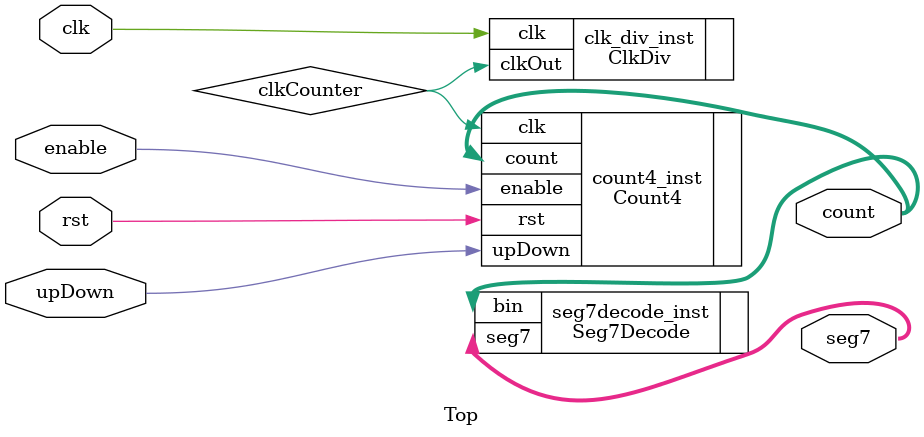
<source format=v>
module Top(clk, rst, enable, upDown, count, seg7);
// count[3:0] output included for convenience in debug and testbenches
	input clk, rst, enable, upDown;
	output [3:0] count;
	output [6:0] seg7;
	
   wire clkCounter;  // divided clock for Counter module
	
	// Add code here to instantiate and connect the three modules together structurally
	ClkDiv #(4) clk_div_inst (
      		.clk(clk),
      		.clkOut(clkCounter)
   	);

   Count4 count4_inst (
      .clk(clkCounter),
      .rst(rst),
      .enable(enable),
      .upDown(upDown),
      .count(count)
   );

   Seg7Decode seg7decode_inst (
      .bin(count),
      .seg7(seg7)
   );
endmodule

</source>
